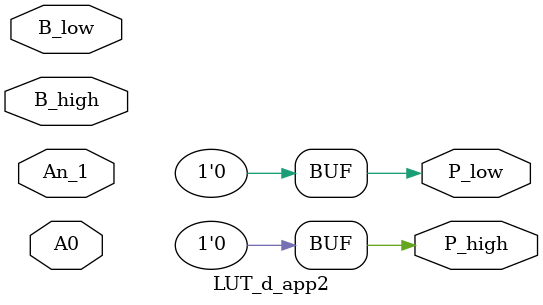
<source format=v>
`timescale 1ns/1ns
module LUT_d_app2(
    input           A0          ,
    input           B_low       ,
    input           An_1        ,
    input           B_high      ,
    output          P_high      ,
    output          P_low       //             
);

   assign P_high = 1'b0;
   assign P_low = 1'b0;

endmodule // LUT_d_app2


</source>
